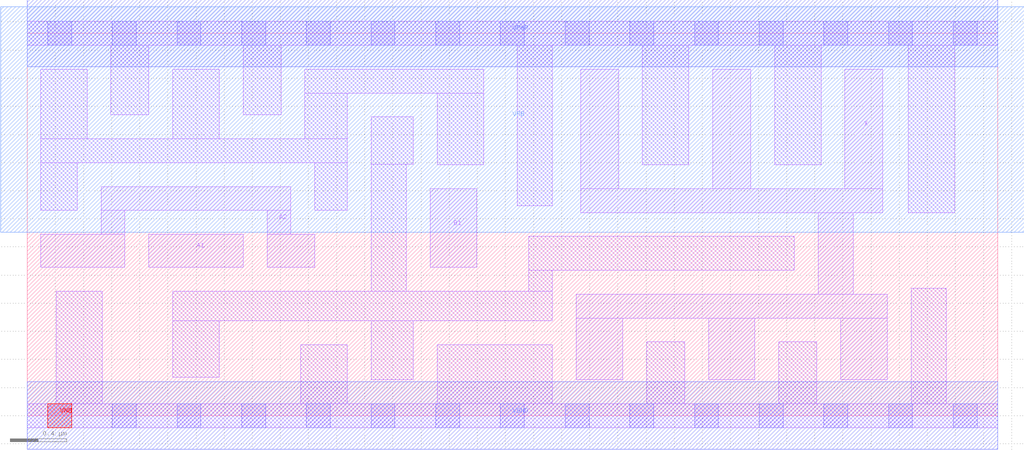
<source format=lef>
# Copyright 2020 The SkyWater PDK Authors
#
# Licensed under the Apache License, Version 2.0 (the "License");
# you may not use this file except in compliance with the License.
# You may obtain a copy of the License at
#
#     https://www.apache.org/licenses/LICENSE-2.0
#
# Unless required by applicable law or agreed to in writing, software
# distributed under the License is distributed on an "AS IS" BASIS,
# WITHOUT WARRANTIES OR CONDITIONS OF ANY KIND, either express or implied.
# See the License for the specific language governing permissions and
# limitations under the License.
#
# SPDX-License-Identifier: Apache-2.0

VERSION 5.7 ;
  NOWIREEXTENSIONATPIN ON ;
  DIVIDERCHAR "/" ;
  BUSBITCHARS "[]" ;
PROPERTYDEFINITIONS
  MACRO maskLayoutSubType STRING ;
  MACRO prCellType STRING ;
  MACRO originalViewName STRING ;
END PROPERTYDEFINITIONS
MACRO sky130_fd_sc_hdll__a21o_6
  CLASS CORE ;
  FOREIGN sky130_fd_sc_hdll__a21o_6 ;
  ORIGIN  0.000000  0.000000 ;
  SIZE  6.900000 BY  2.720000 ;
  SYMMETRY X Y R90 ;
  SITE unithd ;
  PIN A1
    ANTENNAGATEAREA  0.555000 ;
    DIRECTION INPUT ;
    USE SIGNAL ;
    PORT
      LAYER li1 ;
        RECT 0.865000 1.055000 1.535000 1.290000 ;
    END
  END A1
  PIN A2
    ANTENNAGATEAREA  0.555000 ;
    DIRECTION INPUT ;
    USE SIGNAL ;
    PORT
      LAYER li1 ;
        RECT 0.095000 1.055000 0.695000 1.290000 ;
        RECT 0.525000 1.290000 0.695000 1.460000 ;
        RECT 0.525000 1.460000 1.875000 1.630000 ;
        RECT 1.705000 1.055000 2.045000 1.290000 ;
        RECT 1.705000 1.290000 1.875000 1.460000 ;
    END
  END A2
  PIN B1
    ANTENNAGATEAREA  0.555000 ;
    DIRECTION INPUT ;
    USE SIGNAL ;
    PORT
      LAYER li1 ;
        RECT 2.865000 1.055000 3.195000 1.615000 ;
    END
  END B1
  PIN VGND
    ANTENNADIFFAREA  1.690000 ;
    DIRECTION INOUT ;
    USE SIGNAL ;
    PORT
      LAYER met1 ;
        RECT 0.000000 -0.240000 6.900000 0.240000 ;
    END
  END VGND
  PIN VNB
    PORT
      LAYER pwell ;
        RECT 0.145000 -0.085000 0.315000 0.085000 ;
    END
  END VNB
  PIN VPB
    PORT
      LAYER nwell ;
        RECT -0.190000 1.305000 7.090000 2.910000 ;
    END
  END VPB
  PIN VPWR
    ANTENNADIFFAREA  1.700000 ;
    DIRECTION INOUT ;
    USE SIGNAL ;
    PORT
      LAYER met1 ;
        RECT 0.000000 2.480000 6.900000 2.960000 ;
    END
  END VPWR
  PIN X
    ANTENNADIFFAREA  1.396500 ;
    DIRECTION OUTPUT ;
    USE SIGNAL ;
    PORT
      LAYER li1 ;
        RECT 3.905000 0.255000 4.235000 0.695000 ;
        RECT 3.905000 0.695000 6.115000 0.865000 ;
        RECT 3.935000 1.445000 6.085000 1.615000 ;
        RECT 3.935000 1.615000 4.205000 2.465000 ;
        RECT 4.845000 0.255000 5.175000 0.695000 ;
        RECT 4.875000 1.615000 5.145000 2.465000 ;
        RECT 5.625000 0.865000 5.875000 1.445000 ;
        RECT 5.785000 0.255000 6.115000 0.695000 ;
        RECT 5.815000 1.615000 6.085000 2.465000 ;
    END
  END X
  OBS
    LAYER li1 ;
      RECT 0.000000 -0.085000 6.900000 0.085000 ;
      RECT 0.000000  2.635000 6.900000 2.805000 ;
      RECT 0.095000  1.460000 0.355000 1.800000 ;
      RECT 0.095000  1.800000 2.275000 1.970000 ;
      RECT 0.095000  1.970000 0.425000 2.465000 ;
      RECT 0.205000  0.085000 0.535000 0.885000 ;
      RECT 0.595000  2.140000 0.865000 2.635000 ;
      RECT 1.035000  0.275000 1.365000 0.675000 ;
      RECT 1.035000  0.675000 3.735000 0.885000 ;
      RECT 1.035000  1.970000 1.365000 2.465000 ;
      RECT 1.535000  2.140000 1.805000 2.635000 ;
      RECT 1.945000  0.085000 2.275000 0.505000 ;
      RECT 1.975000  1.970000 2.275000 2.295000 ;
      RECT 1.975000  2.295000 3.245000 2.465000 ;
      RECT 2.045000  1.460000 2.275000 1.800000 ;
      RECT 2.445000  0.255000 2.745000 0.675000 ;
      RECT 2.445000  0.885000 2.695000 1.790000 ;
      RECT 2.445000  1.790000 2.745000 2.125000 ;
      RECT 2.915000  0.085000 3.735000 0.505000 ;
      RECT 2.915000  1.785000 3.245000 2.295000 ;
      RECT 3.485000  1.495000 3.735000 2.635000 ;
      RECT 3.565000  0.885000 3.735000 1.035000 ;
      RECT 3.565000  1.035000 5.455000 1.275000 ;
      RECT 4.375000  1.785000 4.705000 2.635000 ;
      RECT 4.405000  0.085000 4.675000 0.525000 ;
      RECT 5.315000  1.785000 5.645000 2.635000 ;
      RECT 5.345000  0.085000 5.615000 0.525000 ;
      RECT 6.265000  1.445000 6.595000 2.635000 ;
      RECT 6.285000  0.085000 6.535000 0.905000 ;
    LAYER mcon ;
      RECT 0.145000 -0.085000 0.315000 0.085000 ;
      RECT 0.145000  2.635000 0.315000 2.805000 ;
      RECT 0.605000 -0.085000 0.775000 0.085000 ;
      RECT 0.605000  2.635000 0.775000 2.805000 ;
      RECT 1.065000 -0.085000 1.235000 0.085000 ;
      RECT 1.065000  2.635000 1.235000 2.805000 ;
      RECT 1.525000 -0.085000 1.695000 0.085000 ;
      RECT 1.525000  2.635000 1.695000 2.805000 ;
      RECT 1.985000 -0.085000 2.155000 0.085000 ;
      RECT 1.985000  2.635000 2.155000 2.805000 ;
      RECT 2.445000 -0.085000 2.615000 0.085000 ;
      RECT 2.445000  2.635000 2.615000 2.805000 ;
      RECT 2.905000 -0.085000 3.075000 0.085000 ;
      RECT 2.905000  2.635000 3.075000 2.805000 ;
      RECT 3.365000 -0.085000 3.535000 0.085000 ;
      RECT 3.365000  2.635000 3.535000 2.805000 ;
      RECT 3.825000 -0.085000 3.995000 0.085000 ;
      RECT 3.825000  2.635000 3.995000 2.805000 ;
      RECT 4.285000 -0.085000 4.455000 0.085000 ;
      RECT 4.285000  2.635000 4.455000 2.805000 ;
      RECT 4.745000 -0.085000 4.915000 0.085000 ;
      RECT 4.745000  2.635000 4.915000 2.805000 ;
      RECT 5.205000 -0.085000 5.375000 0.085000 ;
      RECT 5.205000  2.635000 5.375000 2.805000 ;
      RECT 5.665000 -0.085000 5.835000 0.085000 ;
      RECT 5.665000  2.635000 5.835000 2.805000 ;
      RECT 6.125000 -0.085000 6.295000 0.085000 ;
      RECT 6.125000  2.635000 6.295000 2.805000 ;
      RECT 6.585000 -0.085000 6.755000 0.085000 ;
      RECT 6.585000  2.635000 6.755000 2.805000 ;
  END
  PROPERTY maskLayoutSubType "abstract" ;
  PROPERTY prCellType "standard" ;
  PROPERTY originalViewName "layout" ;
END sky130_fd_sc_hdll__a21o_6
END LIBRARY

</source>
